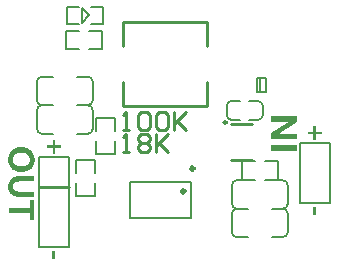
<source format=gbr>
%TF.GenerationSoftware,Altium Limited,Altium Designer,21.2.1 (34)*%
G04 Layer_Color=65535*
%FSLAX26Y26*%
%MOIN*%
%TF.SameCoordinates,9B619AE5-86D3-421A-82E6-E0B3A417AA1F*%
%TF.FilePolarity,Positive*%
%TF.FileFunction,Legend,Top*%
%TF.Part,Single*%
G01*
G75*
%TA.AperFunction,NonConductor*%
%ADD28C,0.007874*%
%ADD29C,0.010000*%
%ADD30C,0.007992*%
%ADD31C,0.008000*%
%ADD39C,0.011811*%
%ADD40C,0.006000*%
G36*
X4133000Y2092000D02*
X4122890D01*
Y2118220D01*
X4133000D01*
Y2092000D01*
D02*
G37*
G36*
X4132997Y2369886D02*
X4151551D01*
Y2360554D01*
X4132997D01*
Y2342000D01*
X4123665D01*
Y2360554D01*
X4105000D01*
Y2369886D01*
X4123665D01*
Y2388551D01*
X4132997D01*
Y2369886D01*
D02*
G37*
G36*
X4069000Y2401633D02*
X4013480Y2365268D01*
X4013341Y2365129D01*
X4012786Y2364851D01*
X4011953Y2364296D01*
X4010982Y2363741D01*
X4008761Y2362353D01*
X4007650Y2361659D01*
X4006540Y2361104D01*
Y2360826D01*
X4006679D01*
X4007373Y2360965D01*
X4008483D01*
X4009871Y2361104D01*
X4011814Y2361242D01*
X4014174D01*
X4016950Y2361381D01*
X4020281D01*
X4069000D01*
Y2344031D01*
X3983222D01*
Y2364018D01*
X4037215Y2398996D01*
X4037492Y2399135D01*
X4038048Y2399551D01*
X4039019Y2400106D01*
X4040130Y2400800D01*
X4041240Y2401633D01*
X4042350Y2402327D01*
X4043322Y2402882D01*
X4044016Y2403299D01*
Y2403576D01*
X4043877D01*
X4043461Y2403438D01*
X4042628D01*
X4041379Y2403299D01*
X4039713Y2403160D01*
X4037631D01*
X4035133Y2403021D01*
X4032079D01*
X3983222D01*
Y2420371D01*
X4069000D01*
Y2401633D01*
D02*
G37*
G36*
Y2306000D02*
X3983222D01*
Y2324183D01*
X4069000D01*
Y2306000D01*
D02*
G37*
G36*
X3264000Y1946000D02*
X3253890D01*
Y1972220D01*
X3264000D01*
Y1946000D01*
D02*
G37*
G36*
X3151110Y2318861D02*
X3152498D01*
X3154164Y2318584D01*
X3156246Y2318306D01*
X3158466Y2318028D01*
X3160826Y2317473D01*
X3163324Y2316918D01*
X3165962Y2316085D01*
X3168738Y2315114D01*
X3171514Y2314003D01*
X3174151Y2312615D01*
X3176927Y2311088D01*
X3179425Y2309284D01*
X3181924Y2307202D01*
X3182062Y2307063D01*
X3182479Y2306647D01*
X3183173Y2305953D01*
X3183867Y2305120D01*
X3184838Y2303871D01*
X3185949Y2302483D01*
X3187059Y2300817D01*
X3188308Y2298874D01*
X3189558Y2296792D01*
X3190668Y2294432D01*
X3191778Y2291934D01*
X3192750Y2289158D01*
X3193583Y2286104D01*
X3194138Y2283051D01*
X3194554Y2279581D01*
X3194693Y2276111D01*
Y2275278D01*
X3194554Y2274306D01*
Y2273057D01*
X3194277Y2271530D01*
X3193999Y2269726D01*
X3193722Y2267644D01*
X3193166Y2265423D01*
X3192472Y2263202D01*
X3191640Y2260704D01*
X3190668Y2258206D01*
X3189419Y2255846D01*
X3188031Y2253348D01*
X3186365Y2250849D01*
X3184561Y2248628D01*
X3182340Y2246408D01*
X3182201Y2246269D01*
X3181785Y2245852D01*
X3181091Y2245297D01*
X3180119Y2244603D01*
X3178870Y2243770D01*
X3177482Y2242799D01*
X3175816Y2241827D01*
X3173873Y2240717D01*
X3171652Y2239745D01*
X3169293Y2238774D01*
X3166656Y2237802D01*
X3163880Y2236969D01*
X3160965Y2236136D01*
X3157772Y2235581D01*
X3154302Y2235304D01*
X3150832Y2235165D01*
X3150555D01*
X3150000D01*
X3148889Y2235304D01*
X3147501D01*
X3145836Y2235581D01*
X3143892Y2235720D01*
X3141672Y2236136D01*
X3139312Y2236553D01*
X3136814Y2237247D01*
X3134176Y2237941D01*
X3131400Y2238912D01*
X3128763Y2240023D01*
X3125987Y2241411D01*
X3123350Y2242938D01*
X3120713Y2244742D01*
X3118353Y2246824D01*
X3118214Y2246963D01*
X3117798Y2247379D01*
X3117243Y2248073D01*
X3116410Y2248906D01*
X3115438Y2250155D01*
X3114467Y2251543D01*
X3113356Y2253209D01*
X3112246Y2255013D01*
X3110997Y2257095D01*
X3109886Y2259455D01*
X3108915Y2261953D01*
X3107943Y2264729D01*
X3107110Y2267644D01*
X3106555Y2270698D01*
X3106139Y2274029D01*
X3106000Y2277499D01*
Y2278332D01*
X3106139Y2279303D01*
Y2280552D01*
X3106416Y2282079D01*
X3106694Y2283884D01*
X3106972Y2285966D01*
X3107527Y2288186D01*
X3108082Y2290546D01*
X3108915Y2292906D01*
X3109886Y2295404D01*
X3110997Y2297902D01*
X3112385Y2300401D01*
X3114050Y2302899D01*
X3115855Y2305259D01*
X3117937Y2307480D01*
X3118076Y2307618D01*
X3118492Y2308035D01*
X3119186Y2308590D01*
X3120158Y2309284D01*
X3121268Y2310117D01*
X3122795Y2311088D01*
X3124460Y2312199D01*
X3126404Y2313170D01*
X3128486Y2314281D01*
X3130845Y2315391D01*
X3133482Y2316363D01*
X3136258Y2317196D01*
X3139173Y2317890D01*
X3142366Y2318445D01*
X3145697Y2318861D01*
X3149167Y2319000D01*
X3149444D01*
X3150000D01*
X3151110Y2318861D01*
D02*
G37*
G36*
X3193166Y2203241D02*
X3143198D01*
X3142921D01*
X3142227D01*
X3141255Y2203102D01*
X3139867Y2202963D01*
X3138202Y2202686D01*
X3136397Y2202408D01*
X3134454Y2201853D01*
X3132511Y2201159D01*
X3130429Y2200187D01*
X3128486Y2199077D01*
X3126681Y2197689D01*
X3125016Y2196023D01*
X3123628Y2194219D01*
X3122656Y2191859D01*
X3121962Y2189222D01*
X3121684Y2186307D01*
Y2185613D01*
X3121823Y2184780D01*
X3121962Y2183670D01*
X3122378Y2182421D01*
X3122795Y2181033D01*
X3123489Y2179645D01*
X3124322Y2177979D01*
X3125432Y2176452D01*
X3126681Y2175064D01*
X3128347Y2173676D01*
X3130429Y2172427D01*
X3132788Y2171317D01*
X3135564Y2170484D01*
X3138757Y2169929D01*
X3142366Y2169790D01*
X3193166D01*
Y2151468D01*
X3144309D01*
X3144170D01*
X3143892D01*
X3143337D01*
X3142643D01*
X3141810Y2151607D01*
X3140839Y2151746D01*
X3139590Y2151885D01*
X3138340Y2152024D01*
X3135426Y2152579D01*
X3132233Y2153412D01*
X3128763Y2154383D01*
X3125154Y2155910D01*
X3121546Y2157853D01*
X3118076Y2160213D01*
X3116410Y2161601D01*
X3114883Y2162989D01*
X3113356Y2164654D01*
X3111968Y2166459D01*
X3110719Y2168541D01*
X3109609Y2170623D01*
X3108498Y2172844D01*
X3107666Y2175342D01*
X3106972Y2177979D01*
X3106416Y2180894D01*
X3106139Y2183948D01*
X3106000Y2187140D01*
Y2187973D01*
X3106139Y2188667D01*
Y2189361D01*
X3106278Y2190332D01*
X3106555Y2192553D01*
X3107110Y2195052D01*
X3107943Y2197966D01*
X3109054Y2201159D01*
X3110719Y2204351D01*
X3112662Y2207544D01*
X3115022Y2210597D01*
X3116549Y2212124D01*
X3118076Y2213512D01*
X3119880Y2214900D01*
X3121684Y2216149D01*
X3123766Y2217398D01*
X3125987Y2218370D01*
X3128347Y2219342D01*
X3130984Y2220036D01*
X3133760Y2220730D01*
X3136675Y2221146D01*
X3139867Y2221424D01*
X3143198Y2221562D01*
X3193166D01*
Y2203241D01*
D02*
G37*
G36*
Y2073324D02*
X3178176D01*
Y2097892D01*
X3107388D01*
Y2116213D01*
X3178176D01*
Y2140642D01*
X3193166D01*
Y2073324D01*
D02*
G37*
G36*
X3263997Y2323886D02*
X3282551D01*
Y2314554D01*
X3263997D01*
Y2296000D01*
X3254665D01*
Y2314554D01*
X3236000D01*
Y2323886D01*
X3254665D01*
Y2342551D01*
X3263997D01*
Y2323886D01*
D02*
G37*
%LPC*%
G36*
X3150138Y2299707D02*
X3150000D01*
X3149583D01*
X3148889D01*
X3148056Y2299568D01*
X3146946D01*
X3145697Y2299429D01*
X3144448Y2299152D01*
X3142921Y2299013D01*
X3139590Y2298180D01*
X3136258Y2297208D01*
X3132788Y2295682D01*
X3131123Y2294849D01*
X3129596Y2293738D01*
X3129457Y2293600D01*
X3129318Y2293461D01*
X3128902Y2293044D01*
X3128347Y2292628D01*
X3127098Y2291240D01*
X3125710Y2289297D01*
X3124183Y2286937D01*
X3122934Y2284161D01*
X3122378Y2282496D01*
X3121962Y2280830D01*
X3121823Y2279026D01*
X3121684Y2277082D01*
Y2276111D01*
X3121823Y2275278D01*
X3121962Y2274445D01*
X3122101Y2273335D01*
X3122656Y2270975D01*
X3123489Y2268338D01*
X3124877Y2265562D01*
X3125848Y2264174D01*
X3126820Y2262786D01*
X3127930Y2261537D01*
X3129318Y2260426D01*
X3129457Y2260288D01*
X3129735Y2260149D01*
X3130151Y2259871D01*
X3130706Y2259455D01*
X3131539Y2259038D01*
X3132372Y2258483D01*
X3133482Y2257928D01*
X3134732Y2257373D01*
X3136120Y2256818D01*
X3137646Y2256262D01*
X3139312Y2255707D01*
X3141116Y2255291D01*
X3145142Y2254597D01*
X3147362Y2254319D01*
X3149722D01*
X3149861D01*
X3150277D01*
X3150971D01*
X3151943Y2254458D01*
X3153053D01*
X3154441Y2254597D01*
X3155829Y2254736D01*
X3157495Y2255013D01*
X3160826Y2255707D01*
X3164435Y2256818D01*
X3167766Y2258206D01*
X3170958Y2260149D01*
X3171097D01*
X3171236Y2260426D01*
X3172208Y2261259D01*
X3173457Y2262508D01*
X3174845Y2264452D01*
X3176233Y2266672D01*
X3177482Y2269587D01*
X3178454Y2272918D01*
X3178592Y2274723D01*
X3178731Y2276666D01*
Y2277638D01*
X3178592Y2278470D01*
X3178454Y2279303D01*
X3178315Y2280414D01*
X3177760Y2282773D01*
X3176788Y2285549D01*
X3176094Y2286937D01*
X3175400Y2288325D01*
X3174428Y2289713D01*
X3173318Y2291101D01*
X3172069Y2292350D01*
X3170681Y2293600D01*
X3170542D01*
X3170264Y2293877D01*
X3169848Y2294155D01*
X3169293Y2294571D01*
X3168460Y2294988D01*
X3167488Y2295543D01*
X3166378Y2296098D01*
X3165129Y2296653D01*
X3163741Y2297208D01*
X3162214Y2297764D01*
X3158744Y2298735D01*
X3154719Y2299429D01*
X3152498Y2299568D01*
X3150138Y2299707D01*
D02*
G37*
%LPD*%
D28*
X3955118Y2455354D02*
G03*
X3939370Y2471102I-15748J0D01*
G01*
X3939370Y2408898D02*
G03*
X3955118Y2424646I-0J15748D01*
G01*
X3834252Y2424646D02*
G03*
X3850000Y2408898I15748J-0D01*
G01*
Y2471102D02*
G03*
X3834252Y2455354I0J-15748D01*
G01*
X3868031Y2112244D02*
G03*
X3852283Y2096496I0J-15748D01*
G01*
Y2033504D02*
G03*
X3868031Y2017756I15748J0D01*
G01*
X4021968D02*
G03*
X4037716Y2033504I0J15748D01*
G01*
Y2096496D02*
G03*
X4021968Y2112244I-15748J0D01*
G01*
X3387716Y2441496D02*
G03*
X3371968Y2457244I-15748J0D01*
G01*
Y2362756D02*
G03*
X3387716Y2378504I0J15748D01*
G01*
X3202283D02*
G03*
X3218032Y2362756I15748J0D01*
G01*
Y2457244D02*
G03*
X3202283Y2441496I-0J-15748D01*
G01*
X3868031Y2207244D02*
G03*
X3852283Y2191496I0J-15748D01*
G01*
Y2128504D02*
G03*
X3868031Y2112756I15748J0D01*
G01*
X4021968D02*
G03*
X4037716Y2128504I0J15748D01*
G01*
Y2191496D02*
G03*
X4021968Y2207244I-15748J0D01*
G01*
X3218031Y2552244D02*
G03*
X3202283Y2536496I0J-15748D01*
G01*
Y2473504D02*
G03*
X3218031Y2457756I15748J0D01*
G01*
X3371968D02*
G03*
X3387716Y2473504I0J15748D01*
G01*
Y2536496D02*
G03*
X3371968Y2552244I-15748J0D01*
G01*
X3850000Y2471102D02*
X3878937D01*
X3955118Y2424646D02*
Y2455354D01*
X3834252Y2424646D02*
Y2455354D01*
X3910433Y2471102D02*
X3939370D01*
X3910433Y2408898D02*
X3939370D01*
X3850000Y2408898D02*
X3878937D01*
X3461102Y2370748D02*
Y2415433D01*
Y2294567D02*
Y2339252D01*
X3398898Y2370748D02*
Y2415433D01*
Y2294567D02*
X3461102D01*
X3398898Y2415433D02*
X3461102D01*
X3398898Y2294567D02*
Y2339252D01*
X3852283Y2033504D02*
Y2096496D01*
X4037716Y2033504D02*
Y2096496D01*
X3868032Y2112244D02*
X3905630D01*
X3984370D02*
X4021968D01*
X3984370Y2017756D02*
X4021968D01*
X3868032D02*
X3905630D01*
X3333898Y2154567D02*
Y2199252D01*
Y2275433D02*
X3396102D01*
X3333898Y2154567D02*
X3396102D01*
X3333898Y2230748D02*
Y2275433D01*
X3396102Y2154567D02*
Y2199252D01*
Y2230748D02*
Y2275433D01*
X3299252Y2706102D02*
X3343937D01*
X3420118Y2643898D02*
Y2706102D01*
X3299252Y2643898D02*
Y2706102D01*
X3375433D02*
X3420118D01*
X3299252Y2643898D02*
X3343937D01*
X3375433D02*
X3420118D01*
X3218032Y2362756D02*
X3255630D01*
X3334370D02*
X3371968D01*
X3334370Y2457244D02*
X3371968D01*
X3218032D02*
X3255630D01*
X3387716Y2378504D02*
Y2441496D01*
X3202283Y2378504D02*
Y2441496D01*
X3852283Y2128504D02*
Y2191496D01*
X4037716Y2128504D02*
Y2191496D01*
X3868032Y2207244D02*
X3905630D01*
X3984370D02*
X4021968D01*
X3984370Y2112756D02*
X4021968D01*
X3868032D02*
X3905630D01*
X3202283Y2473504D02*
Y2536496D01*
X3387716Y2473504D02*
Y2536496D01*
X3218032Y2552244D02*
X3255630D01*
X3334370D02*
X3371968D01*
X3334370Y2457756D02*
X3371968D01*
X3218032D02*
X3255630D01*
X3965748Y2501378D02*
Y2548622D01*
X3934252Y2501378D02*
Y2548622D01*
X3944882Y2501378D02*
Y2548622D01*
X3934252Y2501378D02*
X3965748D01*
X3934252Y2548622D02*
X3965748D01*
X3961063Y2208898D02*
X4005748D01*
X3884882D02*
X3929567D01*
X3961063Y2271102D02*
X4005748D01*
X3884882Y2208898D02*
Y2271102D01*
X4005748Y2208898D02*
Y2271102D01*
X3884882D02*
X3929567D01*
D29*
X3835000Y2400000D02*
G03*
X3835000Y2400000I-5000J0D01*
G01*
X3213000Y2184000D02*
X3309000D01*
X3849566Y2396028D02*
X3920433D01*
X3849566Y2273980D02*
X3920433D01*
X3490236Y2455236D02*
Y2535000D01*
Y2655000D02*
Y2734764D01*
Y2455236D02*
X3769764D01*
Y2535000D01*
Y2655000D02*
Y2734764D01*
X3490236D02*
X3769764D01*
X3490024Y2300010D02*
X3510018D01*
X3500021D01*
Y2359990D01*
X3490024Y2349994D01*
X3540008D02*
X3550005Y2359990D01*
X3569998D01*
X3579995Y2349994D01*
Y2339997D01*
X3569998Y2330000D01*
X3579995Y2320003D01*
Y2310006D01*
X3569998Y2300010D01*
X3550005D01*
X3540008Y2310006D01*
Y2320003D01*
X3550005Y2330000D01*
X3540008Y2339997D01*
Y2349994D01*
X3550005Y2330000D02*
X3569998D01*
X3599989Y2359990D02*
Y2300010D01*
Y2320003D01*
X3639976Y2359990D01*
X3609985Y2330000D01*
X3639976Y2300010D01*
X3490034Y2375010D02*
X3510028D01*
X3500031D01*
Y2434990D01*
X3490034Y2424994D01*
X3540018D02*
X3550015Y2434990D01*
X3570008D01*
X3580005Y2424994D01*
Y2385006D01*
X3570008Y2375010D01*
X3550015D01*
X3540018Y2385006D01*
Y2424994D01*
X3599998D02*
X3609995Y2434990D01*
X3629989D01*
X3639985Y2424994D01*
Y2385006D01*
X3629989Y2375010D01*
X3609995D01*
X3599998Y2385006D01*
Y2424994D01*
X3659979Y2434990D02*
Y2375010D01*
Y2395003D01*
X3699966Y2434990D01*
X3669976Y2405000D01*
X3699966Y2375010D01*
D30*
X4179000Y2131000D02*
Y2256000D01*
X3310000Y1985000D02*
Y2210000D01*
D31*
X4179000Y2256000D02*
Y2331000D01*
X4079000D02*
X4179000D01*
X4079000Y2131000D02*
Y2331000D01*
Y2131000D02*
X4179000D01*
X3310000Y2210000D02*
Y2285000D01*
X3210000D02*
X3310000D01*
X3210000Y1985000D02*
Y2285000D01*
Y1985000D02*
X3310000D01*
X3351000Y2733000D02*
Y2781000D01*
Y2733000D02*
X3375000Y2757000D01*
X3351000Y2781000D02*
X3375000Y2757000D01*
X3302000Y2729000D02*
X3341000D01*
X3302000Y2785000D02*
X3341000D01*
X3302000Y2729000D02*
Y2785000D01*
X3382000Y2729000D02*
X3422000D01*
Y2785000D01*
X3382000Y2785000D02*
X3422000Y2785000D01*
D39*
X3695910Y2171438D02*
G03*
X3695910Y2171438I-5910J0D01*
G01*
X3726120Y2246768D02*
G03*
X3726120Y2246768I-5910J0D01*
G01*
D40*
X3513575Y2201056D02*
X3716425D01*
X3513575Y2081260D02*
Y2201056D01*
Y2081260D02*
X3716425D01*
Y2201056D01*
%TF.MD5,845c0f8e20288eb2809072f29235a999*%
M02*

</source>
